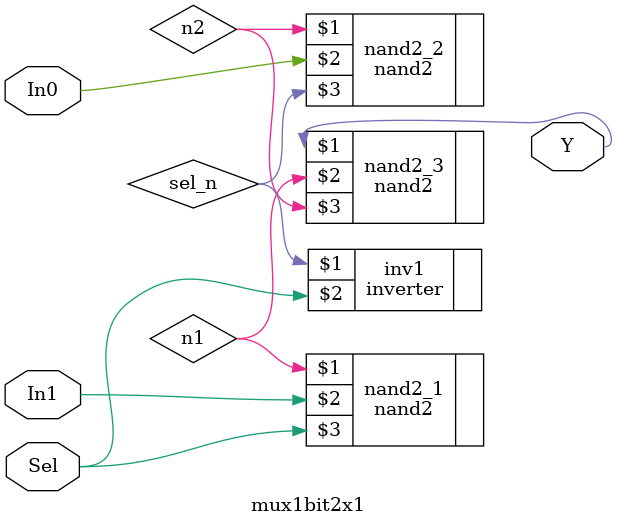
<source format=v>
`timescale 1ns / 1ps
module mux1bit2x1(
    output Y,
    input In0,
    input In1,
    input Sel
    );

	wire sel_n, n1, n2;
	
	inverter inv1(sel_n, Sel);
	 
	nand2 nand2_1(n1, In1, Sel);
	nand2 nand2_2(n2, In0, sel_n);	
	nand2 nand2_3(Y, n1, n2);

endmodule

</source>
